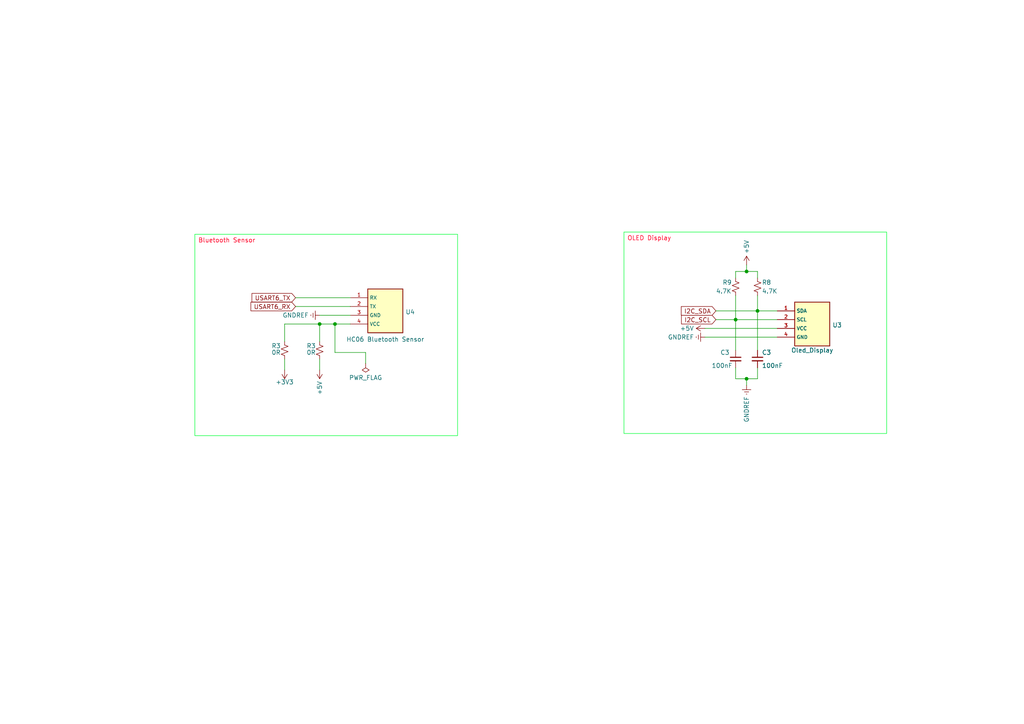
<source format=kicad_sch>
(kicad_sch (version 20230121) (generator eeschema)
  (paper "A4")
  (lib_symbols
    (symbol "Device:C_Small" (pin_numbers hide) (pin_names (offset 0.254) hide)
      (property "Reference" "C" (at 0.254 1.778 0))
      (property "Value" "C_Small" (at 0.254 -2.032 0))
      (symbol "C_Small_0_1"
        (polyline (pts (xy -1.524 -0.508) (xy 1.524 -0.508)) (stroke (width 0.3302)))
        (polyline (pts (xy -1.524 0.508) (xy 1.524 0.508)) (stroke (width 0.3048)))
      )
      (symbol "C_Small_1_1"
        (pin passive line (at 0 2.54 270) (length 2.032) (name "~") (number "1"))
        (pin passive line (at 0 -2.54 90) (length 2.032) (name "~") (number "2"))
      )
    )
    (symbol "Device:R_Small_US" (pin_numbers hide) (pin_names (offset 0.254) hide)
      (property "Reference" "R" (at 0.762 0.508 0))
      (property "Value" "R_Small_US" (at 0.762 -1.016 0))
      (symbol "R_Small_US_1_1"
        (polyline (pts (xy 0 0) (xy 1.016 -0.381) (xy 0 -0.762) (xy -1.016 -1.143) (xy 0 -1.524)))
        (polyline (pts (xy 0 1.524) (xy 1.016 1.143) (xy 0 0.762) (xy -1.016 0.381) (xy 0 0)))
        (pin passive line (at 0 2.54 270) (length 1.016) (name "~") (number "1"))
        (pin passive line (at 0 -2.54 90) (length 1.016) (name "~") (number "2"))
      )
    )
    (symbol "New_Library:HC06"
      (property "Reference" "U?" (at 0 -6.35 0))
      (symbol "HC06_0_0"
        (rectangle (start -5.08 8.89) (end 5.08 -3.81) (stroke (width 0.254)) (fill (type background)))
        (pin input line (at -10.16 6.35 0) (length 5.08) (name "RX") (number "1"))
        (pin output line (at -10.16 3.81 0) (length 5.08) (name "TX") (number "2"))
        (pin power_in line (at -10.16 1.27 0) (length 5.08) (name "GND") (number "3"))
        (pin power_in line (at -10.16 -1.27 0) (length 5.08) (name "VCC") (number "4"))
      )
    )
    (symbol "New_Library:Oled_Display"
      (property "Reference" "U?" (at 0 -7.62 0))
      (symbol "Oled_Display_0_0"
        (rectangle (start -5.08 6.35) (end 5.08 -6.35) (stroke (width 0.254)) (fill (type background)))
        (pin bidirectional line (at -10.16 3.81 0) (length 5.08) (name "SDA") (number "1"))
        (pin bidirectional line (at -10.16 1.27 0) (length 5.08) (name "SCL") (number "2"))
        (pin power_in line (at -10.16 -1.27 0) (length 5.08) (name "VCC") (number "3"))
        (pin power_in line (at -10.16 -3.81 0) (length 5.08) (name "GND") (number "4"))
      )
    )
    (symbol "power:+3V3" (power) (pin_names (offset 0))
      (property "Value" "+3V3" (at 0 3.556 0))
      (symbol "+3V3_0_1"
        (polyline (pts (xy -0.762 1.27) (xy 0 2.54)))
        (polyline (pts (xy 0 0) (xy 0 2.54)))
        (polyline (pts (xy 0 2.54) (xy 0.762 1.27)))
      )
      (symbol "+3V3_1_1"
        (pin power_in line (at 0 0 90) (length 0) hide (name "+3V3") (number "1"))
      )
    )
    (symbol "power:+5V" (power) (pin_names (offset 0))
      (property "Value" "+5V" (at 0 3.556 0))
      (symbol "+5V_0_1"
        (polyline (pts (xy -0.762 1.27) (xy 0 2.54)))
        (polyline (pts (xy 0 0) (xy 0 2.54)))
        (polyline (pts (xy 0 2.54) (xy 0.762 1.27)))
      )
      (symbol "+5V_1_1"
        (pin power_in line (at 0 0 90) (length 0) hide (name "+5V") (number "1"))
      )
    )
    (symbol "power:GNDREF" (power) (pin_names (offset 0))
      (property "Value" "GNDREF" (at 0 -3.81 0))
      (symbol "GNDREF_0_1"
        (polyline (pts (xy -0.635 -1.905) (xy 0.635 -1.905)))
        (polyline (pts (xy -0.127 -2.54) (xy 0.127 -2.54)))
        (polyline (pts (xy 0 -1.27) (xy 0 0)))
        (polyline (pts (xy 1.27 -1.27) (xy -1.27 -1.27)))
      )
      (symbol "GNDREF_1_1"
        (pin power_in line (at 0 0 270) (length 0) hide (name "GNDREF") (number "1"))
      )
    )
    (symbol "power:PWR_FLAG" (power) (pin_numbers hide) (pin_names (offset 0) hide)
      (property "Value" "PWR_FLAG" (at 0 3.81 0))
      (symbol "PWR_FLAG_0_0"
        (pin power_out line (at 0 0 90) (length 0) (name "pwr") (number "1"))
      )
      (symbol "PWR_FLAG_0_1"
        (polyline (pts (xy 0 0) (xy 0 1.27) (xy -1.016 1.905) (xy 0 2.54) (xy 1.016 1.905) (xy 0 1.27)))
      )
    )
  )
  (junction (at 216.535 78.74))
  (junction (at 97.155 93.98))
  (junction (at 92.71 93.98))
  (junction (at 219.71 90.17))
  (junction (at 216.535 109.855))
  (junction (at 213.36 92.71))
  (wire (pts (xy 85.725 88.9) (xy 101.6 88.9)))
  (wire (pts (xy 207.645 92.71) (xy 213.36 92.71)))
  (wire (pts (xy 204.47 97.79) (xy 225.425 97.79)))
  (wire (pts (xy 216.535 109.855) (xy 216.535 111.76)))
  (wire (pts (xy 106.045 102.235) (xy 106.045 105.41)))
  (wire (pts (xy 92.71 91.44) (xy 101.6 91.44)))
  (wire (pts (xy 216.535 109.855) (xy 213.36 109.855)))
  (wire (pts (xy 219.71 90.17) (xy 219.71 101.6)))
  (wire (pts (xy 92.71 93.98) (xy 82.55 93.98)))
  (wire (pts (xy 85.725 86.36) (xy 101.6 86.36)))
  (wire (pts (xy 82.55 93.98) (xy 82.55 99.06)))
  (wire (pts (xy 97.155 102.235) (xy 97.155 93.98)))
  (wire (pts (xy 101.6 93.98) (xy 97.155 93.98)))
  (wire (pts (xy 219.71 78.74) (xy 216.535 78.74)))
  (wire (pts (xy 219.71 106.68) (xy 219.71 109.855)))
  (wire (pts (xy 207.645 90.17) (xy 219.71 90.17)))
  (wire (pts (xy 92.71 93.98) (xy 92.71 99.06)))
  (wire (pts (xy 106.045 102.235) (xy 97.155 102.235)))
  (wire (pts (xy 97.155 93.98) (xy 92.71 93.98)))
  (wire (pts (xy 213.36 80.645) (xy 213.36 78.74)))
  (wire (pts (xy 213.36 78.74) (xy 216.535 78.74)))
  (wire (pts (xy 92.71 104.14) (xy 92.71 107.315)))
  (wire (pts (xy 219.71 80.645) (xy 219.71 78.74)))
  (wire (pts (xy 213.36 92.71) (xy 213.36 101.6)))
  (wire (pts (xy 82.55 104.14) (xy 82.55 107.315)))
  (wire (pts (xy 219.71 85.725) (xy 219.71 90.17)))
  (wire (pts (xy 216.535 78.74) (xy 216.535 76.835)))
  (wire (pts (xy 213.36 109.855) (xy 213.36 106.68)))
  (wire (pts (xy 204.47 95.25) (xy 225.425 95.25)))
  (wire (pts (xy 213.36 85.725) (xy 213.36 92.71)))
  (wire (pts (xy 213.36 92.71) (xy 225.425 92.71)))
  (wire (pts (xy 219.71 90.17) (xy 225.425 90.17)))
  (wire (pts (xy 216.535 109.855) (xy 219.71 109.855)))
  (text_box "Bluetooth Sensor\n\n" (at 56.515 67.945 0) (size 76.2 58.42) (stroke (width 0) (color 0 255 52 1)) (effects (font (size 1.27 1.27)) (justify left top)))
  (text_box "OLED Display\n" (at 180.975 67.31 0) (size 76.2 58.42) (stroke (width 0) (color 0 255 52 1)) (effects (font (size 1.27 1.27)) (justify left top)))
  (global_label "USART6_TX" (shape input) (at 85.725 86.36 180) (property "Intersheetrefs" "${INTERSHEET_REFS}" (effects hide)))
  (global_label "USART6_RX" (shape input) (at 85.725 88.9 180) (property "Intersheetrefs" "${INTERSHEET_REFS}" (effects hide)))
  (global_label "I2C_SDA" (shape input) (at 207.645 90.17 180) (property "Intersheetrefs" "${INTERSHEET_REFS}" (effects hide)))
  (global_label "I2C_SCL" (shape input) (at 207.645 92.71 180) (property "Intersheetrefs" "${INTERSHEET_REFS}" (effects hide)))
  (symbol (lib_id "power:GNDREF") (at 204.47 97.79 270) (unit 1)
    (property "Reference" "#PWR010" (effects hide))
    (property "Value" "GNDREF" (at 201.295 97.79 90) (effects (justify right)))
    (instances (project "Sistem_Tasarim" (path "" (reference "#PWR010") (unit 1)) (path "" (reference "#PWR029") (unit 1))))
  )
  (symbol (lib_id "power:PWR_FLAG") (at 106.045 105.41 180) (unit 1)
    (property "Reference" "#FLG04" (effects hide))
    (property "Value" "PWR_FLAG" (at 106.045 109.5455 0))
  )
  (symbol (lib_id "Device:R_Small_US") (at 92.71 101.6 0) (unit 1)
    (property "Reference" "R3" (at 88.9 100.33 0) (effects (justify left)))
    (property "Value" "0R" (at 88.9 102.235 0) (effects (justify left)))
    (property "Footprint" "Resistor_SMD:R_0805_2012Metric" (effects hide))
    (instances (project "Sistem_Tasarim" (path "" (reference "R3") (unit 1)) (path "" (reference "R10") (unit 1))))
  )
  (symbol (lib_id "New_Library:Oled_Display") (at 235.585 93.98 0) (unit 1)
    (property "Reference" "U3" (at 241.427 94.2968 0) (effects (justify left)))
    (property "Value" "Oled_Display" (at 235.585 101.6 0))
    (property "Footprint" "User_Footprint:Oled_Display" (effects hide))
  )
  (symbol (lib_id "power:GNDREF") (at 92.71 91.44 270) (unit 1)
    (property "Reference" "#PWR010" (effects hide))
    (property "Value" "GNDREF" (at 89.535 91.44 90) (effects (justify right)))
    (instances (project "Sistem_Tasarim" (path "" (reference "#PWR010") (unit 1)) (path "" (reference "#PWR032") (unit 1))))
  )
  (symbol (lib_id "Device:R_Small_US") (at 213.36 83.185 0) (unit 1)
    (property "Reference" "R9" (at 209.55 81.915 0) (effects (justify left)))
    (property "Value" "4.7K" (at 207.645 84.455 0) (effects (justify left)))
    (property "Footprint" "Resistor_SMD:R_0805_2012Metric" (effects hide))
  )
  (symbol (lib_id "New_Library:HC06") (at 111.76 92.71 0) (unit 1)
    (property "Reference" "U4" (at 117.602 90.4868 0) (effects (justify left)))
    (property "Value" "HC06 Bluetooth Sensor" (at 111.76 98.425 0))
    (property "Footprint" "User_Footprint:HC06" (effects hide))
  )
  (symbol (lib_id "Device:R_Small_US") (at 82.55 101.6 0) (unit 1)
    (property "Reference" "R3" (at 78.74 100.33 0) (effects (justify left)))
    (property "Value" "0R" (at 78.74 102.235 0) (effects (justify left)))
    (property "Footprint" "Resistor_SMD:R_0805_2012Metric" (effects hide))
    (instances (project "Sistem_Tasarim" (path "" (reference "R3") (unit 1)) (path "" (reference "R11") (unit 1))))
  )
  (symbol (lib_id "power:+5V") (at 92.71 107.315 180) (unit 1)
    (property "Reference" "#PWR011" (effects hide))
    (property "Value" "+5V" (at 92.71 110.49 90) (effects (justify left)))
    (instances (project "Sistem_Tasarim" (path "" (reference "#PWR011") (unit 1)) (path "" (reference "#PWR030") (unit 1))))
  )
  (symbol (lib_id "power:+5V") (at 204.47 95.25 90) (unit 1)
    (property "Reference" "#PWR011" (effects hide))
    (property "Value" "+5V" (at 201.295 95.25 90) (effects (justify left)))
    (instances (project "Sistem_Tasarim" (path "" (reference "#PWR011") (unit 1)) (path "" (reference "#PWR028") (unit 1))))
  )
  (symbol (lib_id "power:+3V3") (at 82.55 107.315 180) (unit 1)
    (property "Reference" "#PWR07" (effects hide))
    (property "Value" "+3V3" (at 82.55 110.8169 0))
    (instances (project "Sistem_Tasarim" (path "" (reference "#PWR07") (unit 1)) (path "" (reference "#PWR06") (unit 1)) (path "" (reference "#PWR031") (unit 1))))
  )
  (symbol (lib_id "power:GNDREF") (at 216.535 111.76 0) (unit 1)
    (property "Reference" "#PWR010" (effects hide))
    (property "Value" "GNDREF" (at 216.535 114.935 90) (effects (justify right)))
    (instances (project "Sistem_Tasarim" (path "" (reference "#PWR010") (unit 1)) (path "" (reference "#PWR011") (unit 1))))
  )
  (symbol (lib_id "Device:C_Small") (at 213.36 104.14 0) (unit 1)
    (property "Reference" "C3" (at 208.915 102.235 0) (effects (justify left)))
    (property "Value" "100nF" (at 206.375 106.045 0) (effects (justify left)))
    (property "Footprint" "Capacitor_SMD:C_0805_2012Metric" (effects hide))
    (instances (project "Sistem_Tasarim" (path "" (reference "C3") (unit 1)) (path "" (reference "C3") (unit 1)) (path "" (reference "C15") (unit 1))))
  )
  (symbol (lib_id "power:+5V") (at 216.535 76.835 0) (unit 1)
    (property "Reference" "#PWR011" (effects hide))
    (property "Value" "+5V" (at 216.535 73.66 90) (effects (justify left)))
    (instances (project "Sistem_Tasarim" (path "" (reference "#PWR011") (unit 1)) (path "" (reference "#PWR010") (unit 1))))
  )
  (symbol (lib_id "Device:C_Small") (at 219.71 104.14 0) (unit 1)
    (property "Reference" "C3" (at 220.98 102.235 0) (effects (justify left)))
    (property "Value" "100nF" (at 220.98 106.045 0) (effects (justify left)))
    (property "Footprint" "Capacitor_SMD:C_0805_2012Metric" (effects hide))
    (instances (project "Sistem_Tasarim" (path "" (reference "C3") (unit 1)) (path "" (reference "C3") (unit 1)) (path "" (reference "C16") (unit 1))))
  )
  (symbol (lib_id "Device:R_Small_US") (at 219.71 83.185 0) (unit 1)
    (property "Reference" "R8" (at 220.98 81.915 0) (effects (justify left)))
    (property "Value" "4.7K" (at 220.98 84.455 0) (effects (justify left)))
    (property "Footprint" "Resistor_SMD:R_0805_2012Metric" (effects hide))
  )
)
</source>
